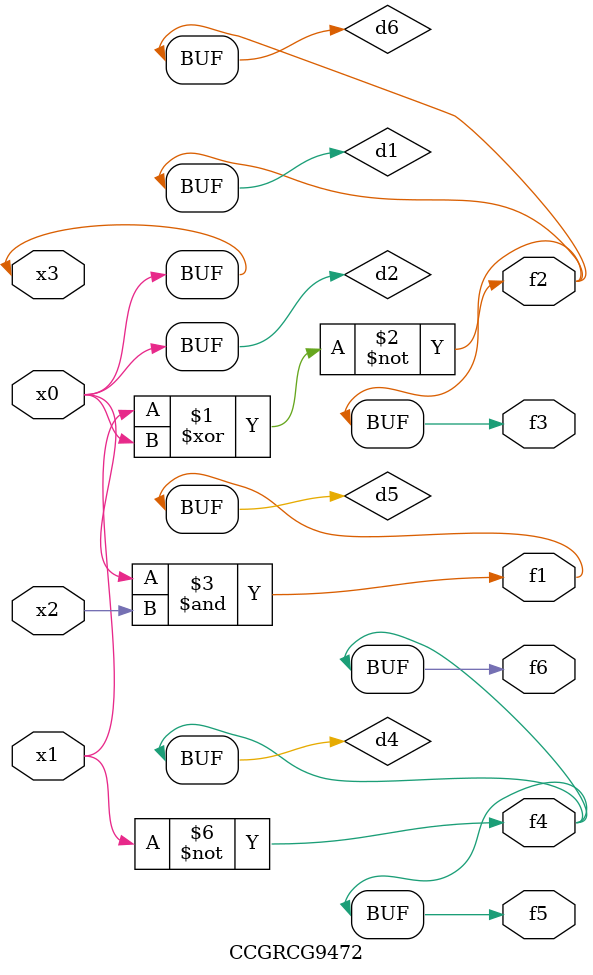
<source format=v>
module CCGRCG9472(
	input x0, x1, x2, x3,
	output f1, f2, f3, f4, f5, f6
);

	wire d1, d2, d3, d4, d5, d6;

	xnor (d1, x1, x3);
	buf (d2, x0, x3);
	nand (d3, x0, x2);
	not (d4, x1);
	nand (d5, d3);
	or (d6, d1);
	assign f1 = d5;
	assign f2 = d6;
	assign f3 = d6;
	assign f4 = d4;
	assign f5 = d4;
	assign f6 = d4;
endmodule

</source>
